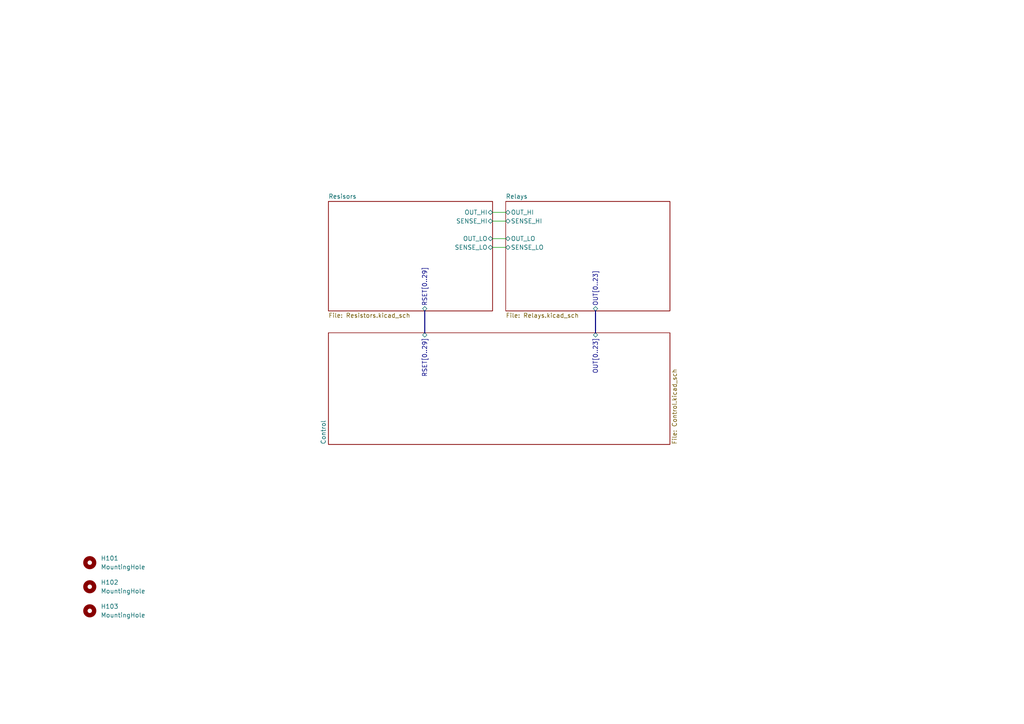
<source format=kicad_sch>
(kicad_sch (version 20230121) (generator eeschema)
  (paper "A4")
  (lib_symbols
    (symbol "Mechanical:MountingHole" (pin_names (offset 1.016))
      (property "Reference" "H" (at 0 5.08 0))
      (property "Value" "MountingHole" (at 0 3.175 0))
      (symbol "MountingHole_0_1"
        (circle (center 0 0) (radius 1.27) (stroke (width 1.27)))
      )
    )
  )
  (bus (pts (xy 172.72 90.17) (xy 172.72 96.52)))
  (bus (pts (xy 123.19 90.17) (xy 123.19 96.52)))
  (wire (pts (xy 142.875 61.595) (xy 146.685 61.595)))
  (wire (pts (xy 142.875 64.135) (xy 146.685 64.135)))
  (wire (pts (xy 142.875 69.215) (xy 146.685 69.215)))
  (wire (pts (xy 142.875 71.755) (xy 146.685 71.755)))
  (symbol (lib_id "Mechanical:MountingHole") (at 26.035 177.165 0) (unit 1)
    (property "Reference" "H103" (at 29.21 175.895 0) (effects (justify left)))
    (property "Value" "MountingHole" (at 29.21 178.435 0) (effects (justify left)))
    (property "Footprint" "MountingHole:MountingHole_3.2mm_M3_DIN965_Pad_TopBottom" (effects hide))
  )
  (symbol (lib_id "Mechanical:MountingHole") (at 26.035 170.18 0) (unit 1)
    (property "Reference" "H102" (at 29.21 168.91 0) (effects (justify left)))
    (property "Value" "MountingHole" (at 29.21 171.45 0) (effects (justify left)))
    (property "Footprint" "MountingHole:MountingHole_3.2mm_M3_DIN965_Pad_TopBottom" (effects hide))
  )
  (symbol (lib_id "Mechanical:MountingHole") (at 26.035 163.195 0) (unit 1)
    (property "Reference" "H101" (at 29.21 161.925 0) (effects (justify left)))
    (property "Value" "MountingHole" (at 29.21 164.465 0) (effects (justify left)))
    (property "Footprint" "MountingHole:MountingHole_3.2mm_M3_DIN965_Pad_TopBottom" (effects hide))
  )
  (sheet (at 95.25 96.52) (size 99.06 32.385) (stroke (width 0.1524))
    (property "Sheetname" "Control" (at 94.5384 128.905 90) (effects (justify left bottom)))
    (property "Sheetfile" "Control.kicad_sch" (at 194.8946 128.905 90) (effects (justify left top)))
    (pin "RSET[0..29]" bidirectional (at 123.19 96.52 90))
    (pin "OUT[0..23]" bidirectional (at 172.72 96.52 90))
  )
  (sheet (at 95.25 58.42) (size 47.625 31.75) (stroke (width 0.1524))
    (property "Sheetname" "Resisors" (at 95.25 57.7084 0) (effects (justify left bottom)))
    (property "Sheetfile" "Resistors.kicad_sch" (at 95.25 90.7546 0) (effects (justify left top)))
    (pin "RSET[0..29]" bidirectional (at 123.19 90.17 270))
    (pin "OUT_HI" bidirectional (at 142.875 61.595 0))
    (pin "SENSE_HI" bidirectional (at 142.875 64.135 0))
    (pin "SENSE_LO" bidirectional (at 142.875 71.755 0))
    (pin "OUT_LO" bidirectional (at 142.875 69.215 0))
  )
  (sheet (at 146.685 58.42) (size 47.625 31.75) (stroke (width 0.1524))
    (property "Sheetname" "Relays" (at 146.685 57.7084 0) (effects (justify left bottom)))
    (property "Sheetfile" "Relays.kicad_sch" (at 146.685 90.7546 0) (effects (justify left top)))
    (pin "OUT_LO" bidirectional (at 146.685 69.215 180))
    (pin "OUT[0..23]" bidirectional (at 172.72 90.17 270))
    (pin "SENSE_LO" bidirectional (at 146.685 71.755 180))
    (pin "OUT_HI" bidirectional (at 146.685 61.595 180))
    (pin "SENSE_HI" bidirectional (at 146.685 64.135 180))
  )
)
</source>
